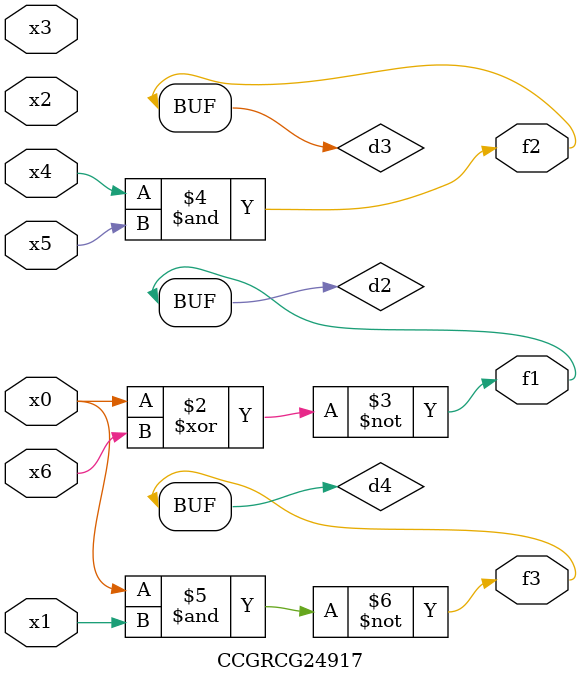
<source format=v>
module CCGRCG24917(
	input x0, x1, x2, x3, x4, x5, x6,
	output f1, f2, f3
);

	wire d1, d2, d3, d4;

	nor (d1, x0);
	xnor (d2, x0, x6);
	and (d3, x4, x5);
	nand (d4, x0, x1);
	assign f1 = d2;
	assign f2 = d3;
	assign f3 = d4;
endmodule

</source>
